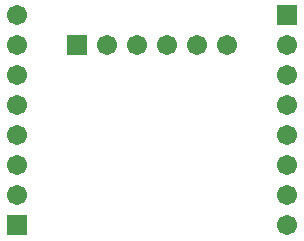
<source format=gbr>
G04 DipTrace 3.0.0.2*
G04 TopMask.gbr*
%MOIN*%
G04 #@! TF.FileFunction,Soldermask,Top*
G04 #@! TF.Part,Single*
%ADD21C,0.067087*%
%ADD23R,0.067087X0.067087*%
%FSLAX26Y26*%
G04*
G70*
G90*
G75*
G01*
G04 TopMask*
%LPD*%
D23*
X1381535Y1169016D3*
D21*
Y1069016D3*
Y969016D3*
Y869016D3*
Y769016D3*
Y669016D3*
Y569016D3*
Y469016D3*
D23*
X681535Y1069016D3*
D21*
X781535D3*
X881535D3*
X981535D3*
X1081535D3*
X1181535D3*
D23*
X481535Y469016D3*
D21*
Y569016D3*
Y669016D3*
Y769016D3*
Y869016D3*
Y969016D3*
Y1069016D3*
Y1169016D3*
M02*

</source>
